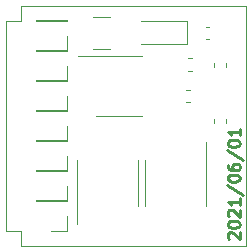
<source format=gbr>
%TF.GenerationSoftware,KiCad,Pcbnew,(5.1.9)-1*%
%TF.CreationDate,2021-06-01T10:14:56+02:00*%
%TF.ProjectId,14_Demi_Pont_H_99,31345f44-656d-4695-9f50-6f6e745f485f,rev?*%
%TF.SameCoordinates,Original*%
%TF.FileFunction,Legend,Top*%
%TF.FilePolarity,Positive*%
%FSLAX46Y46*%
G04 Gerber Fmt 4.6, Leading zero omitted, Abs format (unit mm)*
G04 Created by KiCad (PCBNEW (5.1.9)-1) date 2021-06-01 10:14:56*
%MOMM*%
%LPD*%
G01*
G04 APERTURE LIST*
%TA.AperFunction,Profile*%
%ADD10C,0.050000*%
%TD*%
%ADD11C,0.250000*%
%ADD12C,0.120000*%
G04 APERTURE END LIST*
D10*
X115570000Y-60960000D02*
X120650000Y-60960000D01*
X115570000Y-81280000D02*
X120650000Y-81280000D01*
X101600000Y-62230000D02*
X101600000Y-60960000D01*
X100330000Y-62230000D02*
X101600000Y-62230000D01*
X100330000Y-67310000D02*
X100330000Y-62230000D01*
X100330000Y-72390000D02*
X100330000Y-67310000D01*
X120650000Y-60960000D02*
X120650000Y-81280000D01*
X101600000Y-60960000D02*
X115570000Y-60960000D01*
X101600000Y-80010000D02*
X101600000Y-81280000D01*
X100330000Y-80010000D02*
X101600000Y-80010000D01*
X115570000Y-81280000D02*
X101600000Y-81280000D01*
X100330000Y-80010000D02*
X100330000Y-72390000D01*
D11*
X119187619Y-80706666D02*
X119140000Y-80659047D01*
X119092380Y-80563809D01*
X119092380Y-80325714D01*
X119140000Y-80230476D01*
X119187619Y-80182857D01*
X119282857Y-80135238D01*
X119378095Y-80135238D01*
X119520952Y-80182857D01*
X120092380Y-80754285D01*
X120092380Y-80135238D01*
X119092380Y-79516190D02*
X119092380Y-79420952D01*
X119140000Y-79325714D01*
X119187619Y-79278095D01*
X119282857Y-79230476D01*
X119473333Y-79182857D01*
X119711428Y-79182857D01*
X119901904Y-79230476D01*
X119997142Y-79278095D01*
X120044761Y-79325714D01*
X120092380Y-79420952D01*
X120092380Y-79516190D01*
X120044761Y-79611428D01*
X119997142Y-79659047D01*
X119901904Y-79706666D01*
X119711428Y-79754285D01*
X119473333Y-79754285D01*
X119282857Y-79706666D01*
X119187619Y-79659047D01*
X119140000Y-79611428D01*
X119092380Y-79516190D01*
X119187619Y-78801904D02*
X119140000Y-78754285D01*
X119092380Y-78659047D01*
X119092380Y-78420952D01*
X119140000Y-78325714D01*
X119187619Y-78278095D01*
X119282857Y-78230476D01*
X119378095Y-78230476D01*
X119520952Y-78278095D01*
X120092380Y-78849523D01*
X120092380Y-78230476D01*
X120092380Y-77278095D02*
X120092380Y-77849523D01*
X120092380Y-77563809D02*
X119092380Y-77563809D01*
X119235238Y-77659047D01*
X119330476Y-77754285D01*
X119378095Y-77849523D01*
X119044761Y-76135238D02*
X120330476Y-76992380D01*
X119092380Y-75611428D02*
X119092380Y-75516190D01*
X119140000Y-75420952D01*
X119187619Y-75373333D01*
X119282857Y-75325714D01*
X119473333Y-75278095D01*
X119711428Y-75278095D01*
X119901904Y-75325714D01*
X119997142Y-75373333D01*
X120044761Y-75420952D01*
X120092380Y-75516190D01*
X120092380Y-75611428D01*
X120044761Y-75706666D01*
X119997142Y-75754285D01*
X119901904Y-75801904D01*
X119711428Y-75849523D01*
X119473333Y-75849523D01*
X119282857Y-75801904D01*
X119187619Y-75754285D01*
X119140000Y-75706666D01*
X119092380Y-75611428D01*
X119092380Y-74420952D02*
X119092380Y-74611428D01*
X119140000Y-74706666D01*
X119187619Y-74754285D01*
X119330476Y-74849523D01*
X119520952Y-74897142D01*
X119901904Y-74897142D01*
X119997142Y-74849523D01*
X120044761Y-74801904D01*
X120092380Y-74706666D01*
X120092380Y-74516190D01*
X120044761Y-74420952D01*
X119997142Y-74373333D01*
X119901904Y-74325714D01*
X119663809Y-74325714D01*
X119568571Y-74373333D01*
X119520952Y-74420952D01*
X119473333Y-74516190D01*
X119473333Y-74706666D01*
X119520952Y-74801904D01*
X119568571Y-74849523D01*
X119663809Y-74897142D01*
X119044761Y-73182857D02*
X120330476Y-74040000D01*
X119092380Y-72659047D02*
X119092380Y-72563809D01*
X119140000Y-72468571D01*
X119187619Y-72420952D01*
X119282857Y-72373333D01*
X119473333Y-72325714D01*
X119711428Y-72325714D01*
X119901904Y-72373333D01*
X119997142Y-72420952D01*
X120044761Y-72468571D01*
X120092380Y-72563809D01*
X120092380Y-72659047D01*
X120044761Y-72754285D01*
X119997142Y-72801904D01*
X119901904Y-72849523D01*
X119711428Y-72897142D01*
X119473333Y-72897142D01*
X119282857Y-72849523D01*
X119187619Y-72801904D01*
X119140000Y-72754285D01*
X119092380Y-72659047D01*
X120092380Y-71373333D02*
X120092380Y-71944761D01*
X120092380Y-71659047D02*
X119092380Y-71659047D01*
X119235238Y-71754285D01*
X119330476Y-71849523D01*
X119378095Y-71944761D01*
D12*
%TO.C,J5*%
X105470000Y-72330000D02*
X102810000Y-72330000D01*
X105470000Y-72390000D02*
X105470000Y-72330000D01*
X102810000Y-72390000D02*
X102810000Y-72330000D01*
X105470000Y-72390000D02*
X102810000Y-72390000D01*
X105470000Y-73660000D02*
X105470000Y-74990000D01*
X105470000Y-74990000D02*
X104140000Y-74990000D01*
%TO.C,J4*%
X105470000Y-62170000D02*
X102810000Y-62170000D01*
X105470000Y-62230000D02*
X105470000Y-62170000D01*
X102810000Y-62230000D02*
X102810000Y-62170000D01*
X105470000Y-62230000D02*
X102810000Y-62230000D01*
X105470000Y-63500000D02*
X105470000Y-64830000D01*
X105470000Y-64830000D02*
X104140000Y-64830000D01*
%TO.C,J6*%
X105470000Y-74870000D02*
X102810000Y-74870000D01*
X105470000Y-74930000D02*
X105470000Y-74870000D01*
X102810000Y-74930000D02*
X102810000Y-74870000D01*
X105470000Y-74930000D02*
X102810000Y-74930000D01*
X105470000Y-76200000D02*
X105470000Y-77530000D01*
X105470000Y-77530000D02*
X104140000Y-77530000D01*
%TO.C,R4*%
X118900000Y-70568733D02*
X118900000Y-70911267D01*
X117880000Y-70568733D02*
X117880000Y-70911267D01*
%TO.C,R3*%
X115568733Y-68130000D02*
X115911267Y-68130000D01*
X115568733Y-69150000D02*
X115911267Y-69150000D01*
%TO.C,J3*%
X105470000Y-69790000D02*
X102810000Y-69790000D01*
X105470000Y-69850000D02*
X105470000Y-69790000D01*
X102810000Y-69850000D02*
X102810000Y-69790000D01*
X105470000Y-69850000D02*
X102810000Y-69850000D01*
X105470000Y-71120000D02*
X105470000Y-72450000D01*
X105470000Y-72450000D02*
X104140000Y-72450000D01*
%TO.C,J1*%
X105470000Y-64710000D02*
X102810000Y-64710000D01*
X105470000Y-64770000D02*
X105470000Y-64710000D01*
X102810000Y-64770000D02*
X102810000Y-64710000D01*
X105470000Y-64770000D02*
X102810000Y-64770000D01*
X105470000Y-66040000D02*
X105470000Y-67370000D01*
X105470000Y-67370000D02*
X104140000Y-67370000D01*
%TO.C,Q2*%
X112080000Y-75990000D02*
X112080000Y-77940000D01*
X112080000Y-75990000D02*
X112080000Y-74040000D01*
X117200000Y-75990000D02*
X117200000Y-77940000D01*
X117200000Y-75990000D02*
X117200000Y-72540000D01*
%TO.C,C1*%
X117530580Y-63750000D02*
X117249420Y-63750000D01*
X117530580Y-62730000D02*
X117249420Y-62730000D01*
%TO.C,C2*%
X109101252Y-64600000D02*
X107678748Y-64600000D01*
X109101252Y-61880000D02*
X107678748Y-61880000D01*
%TO.C,D1*%
X115640000Y-64240000D02*
X115640000Y-62240000D01*
X115640000Y-62240000D02*
X111740000Y-62240000D01*
X115640000Y-64240000D02*
X111740000Y-64240000D01*
%TO.C,J2*%
X105470000Y-67250000D02*
X102810000Y-67250000D01*
X105470000Y-67310000D02*
X105470000Y-67250000D01*
X102810000Y-67310000D02*
X102810000Y-67250000D01*
X105470000Y-67310000D02*
X102810000Y-67310000D01*
X105470000Y-68580000D02*
X105470000Y-69910000D01*
X105470000Y-69910000D02*
X104140000Y-69910000D01*
%TO.C,J7*%
X105470000Y-77410000D02*
X102810000Y-77410000D01*
X105470000Y-77470000D02*
X105470000Y-77410000D01*
X102810000Y-77470000D02*
X102810000Y-77410000D01*
X105470000Y-77470000D02*
X102810000Y-77470000D01*
X105470000Y-78740000D02*
X105470000Y-80070000D01*
X105470000Y-80070000D02*
X104140000Y-80070000D01*
%TO.C,Q1*%
X111450000Y-75990000D02*
X111450000Y-74040000D01*
X111450000Y-75990000D02*
X111450000Y-77940000D01*
X106330000Y-75990000D02*
X106330000Y-74040000D01*
X106330000Y-75990000D02*
X106330000Y-79440000D01*
%TO.C,R1*%
X115693733Y-65430000D02*
X116036267Y-65430000D01*
X115693733Y-66450000D02*
X116036267Y-66450000D01*
%TO.C,R2*%
X117880000Y-66161267D02*
X117880000Y-65818733D01*
X118900000Y-66161267D02*
X118900000Y-65818733D01*
%TO.C,U1*%
X109890000Y-70300000D02*
X111840000Y-70300000D01*
X109890000Y-70300000D02*
X107940000Y-70300000D01*
X109890000Y-65180000D02*
X111840000Y-65180000D01*
X109890000Y-65180000D02*
X106440000Y-65180000D01*
%TD*%
M02*

</source>
